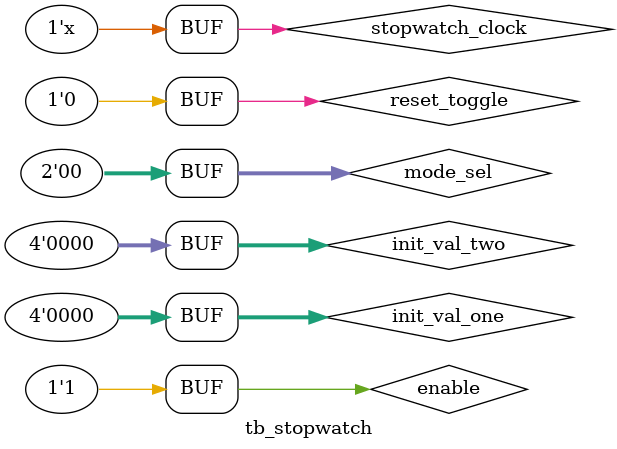
<source format=v>
`timescale 1ps / 1ps

module tb_stopwatch;

//    reg clock;
//    reg toggle;
//    reg reset;
//    reg [1:0] mode_sel;
//    reg [3:0] init_val_one, init_val_two;
    
//    wire a, b, c, d, e, f, g, dp;
//    wire enable_D1, enable_D2, enable_D3, enable_D4;

//    stopwatch uut (
//        clock,
//        toggle,
//        reset,
//        mode_sel,
//        init_val_one, init_val_two,
//        a, b, c, d, e, f, g, dp,
//        enable_D1, enable_D2, enable_D3, enable_D4
//    );
    
//    initial begin
    
//    clock = 0;
//    reset = 1;
//    toggle = 1;
//    mode_sel = 2'b00;
//    init_val_one = 4'b0000;
//    init_val_two = 4'b0000;
    
//    #20;
    
//    toggle = 0;
//    reset = 0;
    
//    #5;
    
    
    
//    end
    
//    always
//    #5 clock = ~clock;

    reg stopwatch_clock;
    reg enable;
    reg reset_toggle;
    reg [1:0] mode_sel;
    reg [3:0] init_val_one, init_val_two;
    
    wire [3:0] digit0, digit1, digit2, digit3;

    counter uut (
        .stopwatch_clock(stopwatch_clock),
        .start_stop_toggle(enable),
        .reset_toggle(reset_toggle),
        .mode_sel(mode_sel),
        .init_val_one(init_val_one), .init_val_two(init_val_two),
        .digit0(digit0), .digit1(digit1), .digit2(digit2), .digit3(digit3)
    );

    initial begin
    
    stopwatch_clock = 0;
    enable = 0;
    reset_toggle = 1;
    mode_sel = 2'b00;
    init_val_one = 4'b0000;
    init_val_two = 4'b0000;
//    digit0 = 4'b0000;
//    digit1 = 4'b0000;
//    digit2 = 4'b0000;
//    digit3 = 4'b0000;
    
    #20;
    
    reset_toggle = 0;
    enable = 1;
    
    end
    
    always
    #50 stopwatch_clock = ~stopwatch_clock;
    
    

endmodule

</source>
